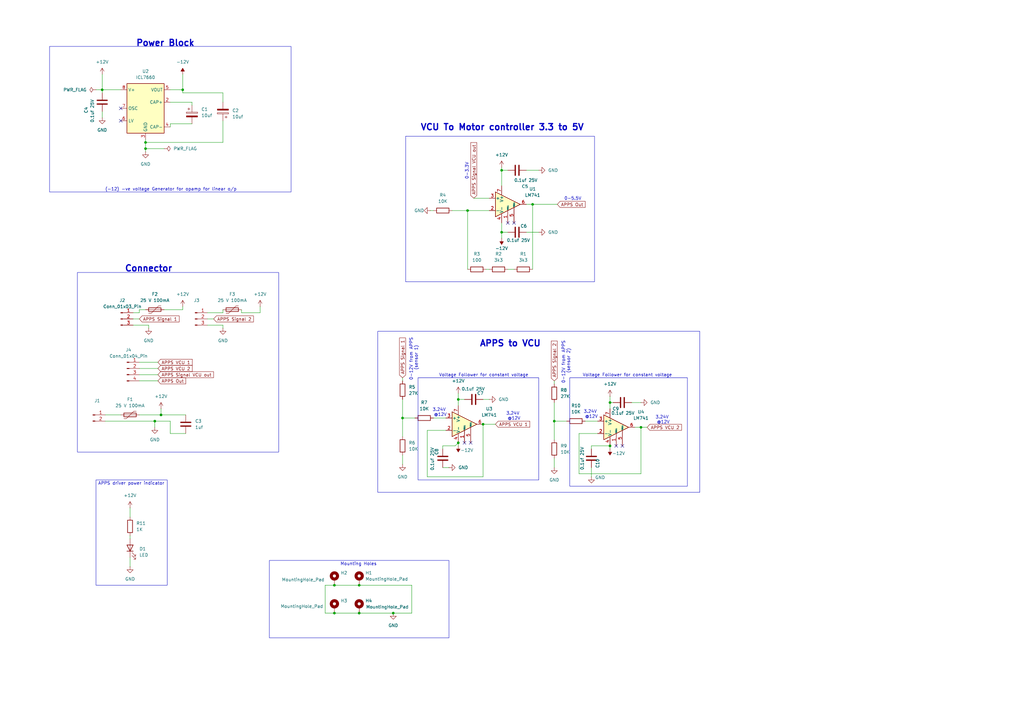
<source format=kicad_sch>
(kicad_sch (version 20231120) (generator "eeschema") (generator_version "8.0")
  (paper "A3")
  (lib_symbols
    (symbol "Amplifier_Operational:LM741" (pin_names (offset 0.127))
      (property "Reference" "U" (at 0 6.35 0))
      (property "Value" "LM741" (at 0 3.81 0))
      (symbol "LM741_0_1"
        (polyline (pts (xy -5.08 5.08) (xy 5.08 0) (xy -5.08 -5.08) (xy -5.08 5.08)) (stroke (width 0.254)) (fill (type background)))
      )
      (symbol "LM741_1_1"
        (pin input line (at 0 -7.62 90) (length 5.08) (name "NULL") (number "1"))
        (pin input line (at -7.62 -2.54 0) (length 2.54) (name "-") (number "2"))
        (pin input line (at -7.62 2.54 0) (length 2.54) (name "+") (number "3"))
        (pin power_in line (at -2.54 -7.62 90) (length 3.81) (name "V-") (number "4"))
        (pin input line (at 2.54 -7.62 90) (length 6.35) (name "NULL") (number "5"))
        (pin output line (at 7.62 0 180) (length 2.54) (name "~") (number "6"))
        (pin power_in line (at -2.54 7.62 270) (length 3.81) (name "V+") (number "7"))
        (pin no_connect line (at 0 2.54 270) (length 2.54) hide (name "NC") (number "8"))
      )
    )
    (symbol "Connector:Conn_01x02_Pin" (pin_names (offset 1.016) hide)
      (property "Reference" "J" (at 0 2.54 0))
      (property "Value" "Conn_01x02_Pin" (at 0 -5.08 0))
      (symbol "Conn_01x02_Pin_1_1"
        (polyline (pts (xy 1.27 -2.54) (xy 0.8636 -2.54)) (stroke (width 0.1524)))
        (polyline (pts (xy 1.27 0) (xy 0.8636 0)) (stroke (width 0.1524)))
        (rectangle (start 0.8636 -2.413) (end 0 -2.667) (stroke (width 0.1524)) (fill (type outline)))
        (rectangle (start 0.8636 0.127) (end 0 -0.127) (stroke (width 0.1524)) (fill (type outline)))
        (pin passive line (at 5.08 0 180) (length 3.81) (name "Pin_1") (number "1"))
        (pin passive line (at 5.08 -2.54 180) (length 3.81) (name "Pin_2") (number "2"))
      )
    )
    (symbol "Connector:Conn_01x03_Pin" (pin_names (offset 1.016) hide)
      (property "Reference" "J" (at 0 5.08 0))
      (property "Value" "Conn_01x03_Pin" (at 0 -5.08 0))
      (symbol "Conn_01x03_Pin_1_1"
        (polyline (pts (xy 1.27 -2.54) (xy 0.8636 -2.54)) (stroke (width 0.1524)))
        (polyline (pts (xy 1.27 0) (xy 0.8636 0)) (stroke (width 0.1524)))
        (polyline (pts (xy 1.27 2.54) (xy 0.8636 2.54)) (stroke (width 0.1524)))
        (rectangle (start 0.8636 -2.413) (end 0 -2.667) (stroke (width 0.1524)) (fill (type outline)))
        (rectangle (start 0.8636 0.127) (end 0 -0.127) (stroke (width 0.1524)) (fill (type outline)))
        (rectangle (start 0.8636 2.667) (end 0 2.413) (stroke (width 0.1524)) (fill (type outline)))
        (pin passive line (at 5.08 2.54 180) (length 3.81) (name "Pin_1") (number "1"))
        (pin passive line (at 5.08 0 180) (length 3.81) (name "Pin_2") (number "2"))
        (pin passive line (at 5.08 -2.54 180) (length 3.81) (name "Pin_3") (number "3"))
      )
    )
    (symbol "Connector:Conn_01x04_Pin" (pin_names (offset 1.016) hide)
      (property "Reference" "J" (at 0 5.08 0))
      (property "Value" "Conn_01x04_Pin" (at 0 -7.62 0))
      (symbol "Conn_01x04_Pin_1_1"
        (polyline (pts (xy 1.27 -5.08) (xy 0.8636 -5.08)) (stroke (width 0.1524)))
        (polyline (pts (xy 1.27 -2.54) (xy 0.8636 -2.54)) (stroke (width 0.1524)))
        (polyline (pts (xy 1.27 0) (xy 0.8636 0)) (stroke (width 0.1524)))
        (polyline (pts (xy 1.27 2.54) (xy 0.8636 2.54)) (stroke (width 0.1524)))
        (rectangle (start 0.8636 -4.953) (end 0 -5.207) (stroke (width 0.1524)) (fill (type outline)))
        (rectangle (start 0.8636 -2.413) (end 0 -2.667) (stroke (width 0.1524)) (fill (type outline)))
        (rectangle (start 0.8636 0.127) (end 0 -0.127) (stroke (width 0.1524)) (fill (type outline)))
        (rectangle (start 0.8636 2.667) (end 0 2.413) (stroke (width 0.1524)) (fill (type outline)))
        (pin passive line (at 5.08 2.54 180) (length 3.81) (name "Pin_1") (number "1"))
        (pin passive line (at 5.08 0 180) (length 3.81) (name "Pin_2") (number "2"))
        (pin passive line (at 5.08 -2.54 180) (length 3.81) (name "Pin_3") (number "3"))
        (pin passive line (at 5.08 -5.08 180) (length 3.81) (name "Pin_4") (number "4"))
      )
    )
    (symbol "Device:C" (pin_numbers hide) (pin_names (offset 0.254))
      (property "Reference" "C" (at 0.635 2.54 0))
      (property "Value" "C" (at 0.635 -2.54 0))
      (symbol "C_0_1"
        (polyline (pts (xy -2.032 -0.762) (xy 2.032 -0.762)) (stroke (width 0.508)))
        (polyline (pts (xy -2.032 0.762) (xy 2.032 0.762)) (stroke (width 0.508)))
      )
      (symbol "C_1_1"
        (pin passive line (at 0 3.81 270) (length 2.794) (name "~") (number "1"))
        (pin passive line (at 0 -3.81 90) (length 2.794) (name "~") (number "2"))
      )
    )
    (symbol "Device:C_Polarized" (pin_numbers hide) (pin_names (offset 0.254))
      (property "Reference" "C" (at 0.635 2.54 0))
      (property "Value" "C_Polarized" (at 0.635 -2.54 0))
      (symbol "C_Polarized_0_1"
        (rectangle (start -2.286 0.508) (end 2.286 1.016))
        (polyline (pts (xy -1.778 2.286) (xy -0.762 2.286)))
        (polyline (pts (xy -1.27 2.794) (xy -1.27 1.778)))
        (rectangle (start 2.286 -0.508) (end -2.286 -1.016) (fill (type outline)))
      )
      (symbol "C_Polarized_1_1"
        (pin passive line (at 0 3.81 270) (length 2.794) (name "~") (number "1"))
        (pin passive line (at 0 -3.81 90) (length 2.794) (name "~") (number "2"))
      )
    )
    (symbol "Device:LED" (pin_numbers hide) (pin_names (offset 1.016) hide)
      (property "Reference" "D" (at 0 2.54 0))
      (property "Value" "LED" (at 0 -2.54 0))
      (symbol "LED_0_1"
        (polyline (pts (xy -1.27 -1.27) (xy -1.27 1.27)) (stroke (width 0.254)))
        (polyline (pts (xy -1.27 0) (xy 1.27 0)))
        (polyline (pts (xy 1.27 -1.27) (xy 1.27 1.27) (xy -1.27 0) (xy 1.27 -1.27)) (stroke (width 0.254)))
        (polyline (pts (xy -3.048 -0.762) (xy -4.572 -2.286) (xy -3.81 -2.286) (xy -4.572 -2.286) (xy -4.572 -1.524)))
        (polyline (pts (xy -1.778 -0.762) (xy -3.302 -2.286) (xy -2.54 -2.286) (xy -3.302 -2.286) (xy -3.302 -1.524)))
      )
      (symbol "LED_1_1"
        (pin passive line (at -3.81 0 0) (length 2.54) (name "K") (number "1"))
        (pin passive line (at 3.81 0 180) (length 2.54) (name "A") (number "2"))
      )
    )
    (symbol "Device:Polyfuse" (pin_numbers hide) (pin_names (offset 0))
      (property "Reference" "F" (at -2.54 0 90))
      (property "Value" "Polyfuse" (at 2.54 0 90))
      (symbol "Polyfuse_0_1"
        (rectangle (start -0.762 2.54) (end 0.762 -2.54) (stroke (width 0.254)))
        (polyline (pts (xy 0 2.54) (xy 0 -2.54)))
        (polyline (pts (xy -1.524 2.54) (xy -1.524 1.524) (xy 1.524 -1.524) (xy 1.524 -2.54)))
      )
      (symbol "Polyfuse_1_1"
        (pin passive line (at 0 3.81 270) (length 1.27) (name "~") (number "1"))
        (pin passive line (at 0 -3.81 90) (length 1.27) (name "~") (number "2"))
      )
    )
    (symbol "Device:R" (pin_numbers hide) (pin_names (offset 0))
      (property "Reference" "R" (at 2.032 0 90))
      (property "Value" "R" (at 0 0 90))
      (symbol "R_0_1"
        (rectangle (start -1.016 -2.54) (end 1.016 2.54) (stroke (width 0.254)))
      )
      (symbol "R_1_1"
        (pin passive line (at 0 3.81 270) (length 1.27) (name "~") (number "1"))
        (pin passive line (at 0 -3.81 90) (length 1.27) (name "~") (number "2"))
      )
    )
    (symbol "Mechanical:MountingHole_Pad" (pin_numbers hide) (pin_names (offset 1.016) hide) (exclude_from_sim yes) (in_bom no)
      (property "Reference" "H" (at 0 6.35 0))
      (property "Value" "MountingHole_Pad" (at 0 4.445 0))
      (symbol "MountingHole_Pad_0_1"
        (circle (center 0 1.27) (radius 1.27) (stroke (width 1.27)))
      )
      (symbol "MountingHole_Pad_1_1"
        (pin input line (at 0 -2.54 90) (length 2.54) (name "1") (number "1"))
      )
    )
    (symbol "Regulator_SwitchedCapacitor:ICL7660"
      (property "Reference" "U" (at -6.35 11.43 0))
      (property "Value" "ICL7660" (at 3.81 11.43 0))
      (symbol "ICL7660_0_1"
        (rectangle (start -7.62 10.16) (end 7.62 -10.16) (stroke (width 0.254)) (fill (type background)))
      )
      (symbol "ICL7660_1_1"
        (pin no_connect line (at -7.62 5.08 0) (length 2.54) hide (name "NC") (number "1"))
        (pin input line (at 10.16 2.54 180) (length 2.54) (name "CAP+") (number "2"))
        (pin power_in line (at 0 -12.7 90) (length 2.54) (name "GND") (number "3"))
        (pin input line (at 10.16 -7.62 180) (length 2.54) (name "CAP-") (number "4"))
        (pin power_out line (at 10.16 7.62 180) (length 2.54) (name "VOUT") (number "5"))
        (pin input line (at -10.16 -5.08 0) (length 2.54) (name "LV") (number "6"))
        (pin input line (at -10.16 0 0) (length 2.54) (name "OSC") (number "7"))
        (pin power_in line (at -10.16 7.62 0) (length 2.54) (name "V+") (number "8"))
      )
    )
    (symbol "power:+12V" (power) (pin_numbers hide) (pin_names (offset 0) hide)
      (property "Value" "+12V" (at 0 3.556 0))
      (symbol "+12V_0_1"
        (polyline (pts (xy -0.762 1.27) (xy 0 2.54)))
        (polyline (pts (xy 0 0) (xy 0 2.54)))
        (polyline (pts (xy 0 2.54) (xy 0.762 1.27)))
      )
      (symbol "+12V_1_1"
        (pin power_in line (at 0 0 90) (length 0) (name "~") (number "1"))
      )
    )
    (symbol "power:-12V" (power) (pin_numbers hide) (pin_names (offset 0) hide)
      (property "Value" "-12V" (at 0 3.556 0))
      (symbol "-12V_0_0"
        (pin power_in line (at 0 0 90) (length 0) (name "~") (number "1"))
      )
      (symbol "-12V_0_1"
        (polyline (pts (xy 0 0) (xy 0 1.27) (xy 0.762 1.27) (xy 0 2.54) (xy -0.762 1.27) (xy 0 1.27)) (fill (type outline)))
      )
    )
    (symbol "power:GND" (power) (pin_numbers hide) (pin_names (offset 0) hide)
      (property "Value" "GND" (at 0 -3.81 0))
      (symbol "GND_0_1"
        (polyline (pts (xy 0 0) (xy 0 -1.27) (xy 1.27 -1.27) (xy 0 -2.54) (xy -1.27 -1.27) (xy 0 -1.27)))
      )
      (symbol "GND_1_1"
        (pin power_in line (at 0 0 270) (length 0) (name "~") (number "1"))
      )
    )
    (symbol "power:PWR_FLAG" (power) (pin_numbers hide) (pin_names (offset 0) hide)
      (property "Value" "PWR_FLAG" (at 0 3.81 0))
      (symbol "PWR_FLAG_0_0"
        (pin power_out line (at 0 0 90) (length 0) (name "~") (number "1"))
      )
      (symbol "PWR_FLAG_0_1"
        (polyline (pts (xy 0 0) (xy 0 1.27) (xy -1.016 1.905) (xy 0 2.54) (xy 1.016 1.905) (xy 0 1.27)))
      )
    )
  )
  (junction (at 137.16 251.46))
  (junction (at 187.96 181.61))
  (junction (at 191.77 86.36))
  (junction (at 147.32 240.03))
  (junction (at 59.69 58.42))
  (junction (at 218.44 83.82))
  (junction (at 165.1 171.45))
  (junction (at 262.89 175.26))
  (junction (at 63.5 172.72))
  (junction (at 205.74 69.85))
  (junction (at 187.96 163.83))
  (junction (at 250.19 182.88))
  (junction (at 205.74 95.25))
  (junction (at 59.69 60.96))
  (junction (at 198.12 173.99))
  (junction (at 250.19 165.1))
  (junction (at 227.33 172.72))
  (junction (at 66.04 170.18))
  (junction (at 137.16 240.03))
  (junction (at 147.32 251.46))
  (junction (at 74.93 36.83))
  (junction (at 41.91 36.83))
  (junction (at 161.29 251.46))
  (no_connect (at 49.53 44.45))
  (no_connect (at 193.04 181.61))
  (no_connect (at 49.53 49.53))
  (no_connect (at 210.82 91.44))
  (no_connect (at 255.27 182.88))
  (no_connect (at 252.73 182.88))
  (no_connect (at 190.5 181.61))
  (no_connect (at 208.28 91.44))
  (wire (pts (xy 205.74 91.44) (xy 205.74 95.25)))
  (wire (pts (xy 57.15 128.27) (xy 54.61 128.27)))
  (wire (pts (xy 250.19 162.56) (xy 250.19 165.1)))
  (wire (pts (xy 198.12 173.99) (xy 203.2 173.99)))
  (wire (pts (xy 54.61 130.81) (xy 57.15 130.81)))
  (wire (pts (xy 220.98 95.25) (xy 215.9 95.25)))
  (wire (pts (xy 181.61 191.77) (xy 184.15 191.77)))
  (wire (pts (xy 41.91 30.48) (xy 41.91 36.83)))
  (wire (pts (xy 205.74 95.25) (xy 208.28 95.25)))
  (wire (pts (xy 85.09 128.27) (xy 91.44 128.27)))
  (wire (pts (xy 41.91 36.83) (xy 41.91 38.1)))
  (wire (pts (xy 242.57 191.77) (xy 242.57 195.58)))
  (wire (pts (xy 191.77 86.36) (xy 200.66 86.36)))
  (wire (pts (xy 59.69 60.96) (xy 67.31 60.96)))
  (wire (pts (xy 175.26 195.58) (xy 198.12 195.58)))
  (wire (pts (xy 262.89 194.31) (xy 262.89 175.26)))
  (wire (pts (xy 198.12 195.58) (xy 198.12 173.99)))
  (wire (pts (xy 91.44 133.35) (xy 91.44 134.62)))
  (wire (pts (xy 218.44 83.82) (xy 228.6 83.82)))
  (wire (pts (xy 66.04 167.64) (xy 66.04 170.18)))
  (wire (pts (xy 60.96 133.35) (xy 60.96 134.62)))
  (wire (pts (xy 198.12 163.83) (xy 200.66 163.83)))
  (wire (pts (xy 69.85 50.8) (xy 69.85 52.07)))
  (wire (pts (xy 74.93 38.1) (xy 91.44 38.1)))
  (wire (pts (xy 191.77 110.49) (xy 191.77 86.36)))
  (wire (pts (xy 57.15 170.18) (xy 66.04 170.18)))
  (wire (pts (xy 74.93 125.73) (xy 74.93 127)))
  (wire (pts (xy 187.96 163.83) (xy 187.96 166.37)))
  (wire (pts (xy 59.69 60.96) (xy 59.69 62.23)))
  (wire (pts (xy 232.41 172.72) (xy 227.33 172.72)))
  (wire (pts (xy 137.16 251.46) (xy 147.32 251.46)))
  (wire (pts (xy 218.44 83.82) (xy 215.9 83.82)))
  (wire (pts (xy 63.5 172.72) (xy 63.5 175.26)))
  (wire (pts (xy 133.35 251.46) (xy 133.35 240.03)))
  (wire (pts (xy 168.91 240.03) (xy 168.91 251.46)))
  (wire (pts (xy 227.33 187.96) (xy 227.33 191.77)))
  (wire (pts (xy 187.96 181.61) (xy 187.96 182.88)))
  (wire (pts (xy 182.88 176.53) (xy 175.26 176.53)))
  (wire (pts (xy 43.18 170.18) (xy 49.53 170.18)))
  (wire (pts (xy 53.34 208.28) (xy 53.34 212.09)))
  (wire (pts (xy 43.18 172.72) (xy 63.5 172.72)))
  (wire (pts (xy 175.26 176.53) (xy 175.26 195.58)))
  (wire (pts (xy 240.03 172.72) (xy 245.11 172.72)))
  (wire (pts (xy 147.32 240.03) (xy 168.91 240.03)))
  (wire (pts (xy 91.44 38.1) (xy 91.44 41.91)))
  (wire (pts (xy 53.34 228.6) (xy 53.34 232.41)))
  (wire (pts (xy 199.39 110.49) (xy 200.66 110.49)))
  (wire (pts (xy 208.28 110.49) (xy 210.82 110.49)))
  (wire (pts (xy 137.16 251.46) (xy 133.35 251.46)))
  (wire (pts (xy 262.89 175.26) (xy 260.35 175.26)))
  (wire (pts (xy 245.11 177.8) (xy 237.49 177.8)))
  (wire (pts (xy 205.74 69.85) (xy 208.28 69.85)))
  (wire (pts (xy 242.57 182.88) (xy 250.19 182.88)))
  (wire (pts (xy 165.1 171.45) (xy 165.1 163.83)))
  (wire (pts (xy 181.61 182.88) (xy 186.69 182.88)))
  (wire (pts (xy 85.09 130.81) (xy 87.63 130.81)))
  (wire (pts (xy 41.91 36.83) (xy 49.53 36.83)))
  (wire (pts (xy 39.37 36.83) (xy 41.91 36.83)))
  (wire (pts (xy 187.96 163.83) (xy 190.5 163.83)))
  (wire (pts (xy 133.35 240.03) (xy 137.16 240.03)))
  (wire (pts (xy 91.44 49.53) (xy 91.44 58.42)))
  (wire (pts (xy 227.33 156.21) (xy 227.33 157.48)))
  (wire (pts (xy 205.74 95.25) (xy 205.74 97.79)))
  (wire (pts (xy 237.49 177.8) (xy 237.49 194.31)))
  (wire (pts (xy 74.93 36.83) (xy 69.85 36.83)))
  (wire (pts (xy 187.96 161.29) (xy 187.96 163.83)))
  (wire (pts (xy 205.74 68.58) (xy 205.74 69.85)))
  (wire (pts (xy 76.2 177.8) (xy 69.85 177.8)))
  (wire (pts (xy 170.18 171.45) (xy 165.1 171.45)))
  (wire (pts (xy 74.93 38.1) (xy 74.93 36.83)))
  (wire (pts (xy 69.85 172.72) (xy 63.5 172.72)))
  (wire (pts (xy 59.69 58.42) (xy 91.44 58.42)))
  (wire (pts (xy 177.8 171.45) (xy 182.88 171.45)))
  (wire (pts (xy 242.57 182.88) (xy 242.57 184.15)))
  (wire (pts (xy 57.15 151.13) (xy 64.77 151.13)))
  (wire (pts (xy 78.74 41.91) (xy 78.74 43.18)))
  (wire (pts (xy 165.1 154.94) (xy 165.1 156.21)))
  (wire (pts (xy 165.1 171.45) (xy 165.1 179.07)))
  (wire (pts (xy 106.68 125.73) (xy 106.68 128.27)))
  (wire (pts (xy 66.04 170.18) (xy 76.2 170.18)))
  (wire (pts (xy 59.69 57.15) (xy 59.69 58.42)))
  (wire (pts (xy 168.91 251.46) (xy 161.29 251.46)))
  (wire (pts (xy 41.91 45.72) (xy 41.91 48.26)))
  (wire (pts (xy 57.15 148.59) (xy 64.77 148.59)))
  (wire (pts (xy 74.93 30.48) (xy 74.93 36.83)))
  (wire (pts (xy 215.9 69.85) (xy 220.98 69.85)))
  (wire (pts (xy 161.29 251.46) (xy 147.32 251.46)))
  (wire (pts (xy 137.16 240.03) (xy 147.32 240.03)))
  (wire (pts (xy 185.42 86.36) (xy 191.77 86.36)))
  (wire (pts (xy 69.85 177.8) (xy 69.85 172.72)))
  (wire (pts (xy 57.15 127) (xy 59.69 127)))
  (wire (pts (xy 250.19 165.1) (xy 251.46 165.1)))
  (wire (pts (xy 53.34 219.71) (xy 53.34 220.98)))
  (wire (pts (xy 259.08 165.1) (xy 262.89 165.1)))
  (wire (pts (xy 186.69 182.88) (xy 187.96 181.61)))
  (wire (pts (xy 176.53 86.36) (xy 177.8 86.36)))
  (wire (pts (xy 91.44 127) (xy 91.44 128.27)))
  (wire (pts (xy 78.74 50.8) (xy 69.85 50.8)))
  (wire (pts (xy 85.09 133.35) (xy 91.44 133.35)))
  (wire (pts (xy 237.49 194.31) (xy 262.89 194.31)))
  (wire (pts (xy 54.61 133.35) (xy 60.96 133.35)))
  (wire (pts (xy 99.06 127) (xy 99.06 128.27)))
  (wire (pts (xy 59.69 58.42) (xy 59.69 60.96)))
  (wire (pts (xy 205.74 69.85) (xy 205.74 76.2)))
  (wire (pts (xy 57.15 153.67) (xy 64.77 153.67)))
  (wire (pts (xy 250.19 165.1) (xy 250.19 167.64)))
  (wire (pts (xy 218.44 110.49) (xy 218.44 83.82)))
  (wire (pts (xy 262.89 175.26) (xy 265.43 175.26)))
  (wire (pts (xy 165.1 186.69) (xy 165.1 190.5)))
  (wire (pts (xy 69.85 41.91) (xy 78.74 41.91)))
  (wire (pts (xy 67.31 127) (xy 74.93 127)))
  (wire (pts (xy 57.15 156.21) (xy 64.77 156.21)))
  (wire (pts (xy 99.06 128.27) (xy 106.68 128.27)))
  (wire (pts (xy 227.33 172.72) (xy 227.33 165.1)))
  (wire (pts (xy 181.61 182.88) (xy 181.61 184.15)))
  (wire (pts (xy 194.31 81.28) (xy 200.66 81.28)))
  (wire (pts (xy 250.19 182.88) (xy 250.19 184.15)))
  (wire (pts (xy 227.33 172.72) (xy 227.33 180.34)))
  (wire (pts (xy 57.15 127) (xy 57.15 128.27)))
  (rectangle (start 31.75 111.76) (end 114.3 185.42))
  (rectangle (start 233.68 154.94) (end 281.94 199.39))
  (rectangle (start 110.49 229.87) (end 184.15 261.62))
  (rectangle (start 171.45 154.94) (end 220.98 196.85))
  (rectangle (start 20.32 19.05) (end 119.38 78.74))
  (rectangle (start 166.37 55.88) (end 243.84 115.57))
  (rectangle (start 154.94 135.89) (end 287.02 201.93))
  (rectangle (start 39.37 196.85) (end 68.58 240.03))
  (text "APPS to VCU" (at 209.296 140.97 0) (effects (font (size 2.54 2.54) (thickness 0.508) (bold yes))))
  (text "0-5.5V" (at 234.95 81.534 0) (effects (font (size 1.27 1.27))))
  (text "0-12V from APPS \n(sensor 2)\n\n" (at 233.172 148.082 90) (effects (font (size 1.27 1.27))))
  (text "VCU To Motor controller 3.3 to 5V\n\n" (at 205.994 54.356 0) (effects (font (size 2.54 2.54) (thickness 0.508) (bold yes))))
  (text "APPS driver power indicator\n" (at 53.848 198.374 0) (effects (font (size 1.27 1.27))))
  (text "3.24V \n@12V" (at 272.034 172.212 0) (effects (font (size 1.27 1.27))))
  (text "0-3.3V" (at 191.516 70.104 90) (effects (font (size 1.27 1.27))))
  (text "3.24V \n@12V" (at 180.594 169.164 0) (effects (font (size 1.27 1.27))))
  (text "(-12) -ve voltage Generator for opamp for linear o/p" (at 70.104 77.724 0) (effects (font (size 1.27 1.27))))
  (text "Mounting Holes\n" (at 147.066 231.394 0) (effects (font (size 1.27 1.27))))
  (text "Power Block" (at 67.818 17.78 0) (effects (font (size 2.54 2.54) (thickness 0.508) (bold yes))))
  (text "3.24V \n@12V" (at 210.82 170.688 0) (effects (font (size 1.27 1.27))))
  (text "Voltage Follower for constant voltage\n" (at 198.374 153.924 0) (effects (font (size 1.27 1.27))))
  (text "Connector\n" (at 60.96 110.236 0) (effects (font (size 2.54 2.54) (thickness 0.508) (bold yes))))
  (text "0-12V from APPS \n(sensor 1)\n\n" (at 170.688 146.812 90) (effects (font (size 1.27 1.27))))
  (text "3.24V \n@12V" (at 242.57 169.926 0) (effects (font (size 1.27 1.27))))
  (text "Voltage Follower for constant voltage\n" (at 257.302 153.924 0) (effects (font (size 1.27 1.27))))
  (global_label "APPS Signal 2" (shape input) (at 87.63 130.81 0) (property "Intersheetrefs" "${INTERSHEET_REFS}" (effects (hide yes))))
  (global_label "APPS Signal 2" (shape input) (at 227.33 156.21 90) (property "Intersheetrefs" "${INTERSHEET_REFS}" (effects (hide yes))))
  (global_label "APPS Signal VCU out" (shape input) (at 194.31 81.28 90) (property "Intersheetrefs" "${INTERSHEET_REFS}" (effects (hide yes))))
  (global_label "APPS VCU 2" (shape input) (at 64.77 151.13 0) (property "Intersheetrefs" "${INTERSHEET_REFS}" (effects (hide yes))))
  (global_label "APPS Out" (shape input) (at 64.77 156.21 0) (property "Intersheetrefs" "${INTERSHEET_REFS}" (effects (hide yes))))
  (global_label "APPS Out" (shape input) (at 228.6 83.82 0) (property "Intersheetrefs" "${INTERSHEET_REFS}" (effects (hide yes))))
  (global_label "APPS Signal 1" (shape input) (at 57.15 130.81 0) (property "Intersheetrefs" "${INTERSHEET_REFS}" (effects (hide yes))))
  (global_label "APPS VCU 1" (shape input) (at 203.2 173.99 0) (property "Intersheetrefs" "${INTERSHEET_REFS}" (effects (hide yes))))
  (global_label "APPS Signal 1" (shape input) (at 165.1 154.94 90) (property "Intersheetrefs" "${INTERSHEET_REFS}" (effects (hide yes))))
  (global_label "APPS VCU 1" (shape input) (at 64.77 148.59 0) (property "Intersheetrefs" "${INTERSHEET_REFS}" (effects (hide yes))))
  (global_label "APPS VCU 2" (shape input) (at 265.43 175.26 0) (property "Intersheetrefs" "${INTERSHEET_REFS}" (effects (hide yes))))
  (global_label "APPS Signal VCU out" (shape input) (at 64.77 153.67 0) (property "Intersheetrefs" "${INTERSHEET_REFS}" (effects (hide yes))))
  (symbol (lib_id "Device:C") (at 181.61 187.96 180) (unit 1)
    (property "Reference" "C8" (at 179.07 183.896 90) (effects (justify left)))
    (property "Value" "0.1uf 25V" (at 177.292 183.388 90) (effects (justify left)))
    (property "Footprint" "Capacitor_THT:CP_Radial_D8.0mm_P5.00mm" (effects (hide yes)))
    (property "Description" "Unpolarized capacitor" (effects (hide yes)))
  )
  (symbol (lib_id "power:+12V") (at 41.91 30.48 0) (unit 1)
    (property "Reference" "#PWR06" (effects (hide yes)))
    (property "Value" "+12V" (at 41.91 25.4 0))
    (property "Description" "Power symbol creates a global label with name \"+12V\"" (effects (hide yes)))
  )
  (symbol (lib_id "power:GND") (at 200.66 163.83 90) (unit 1)
    (property "Reference" "#PWR026" (effects (hide yes)))
    (property "Value" "GND" (at 204.47 163.8299 90) (effects (justify right)))
    (property "Description" "Power symbol creates a global label with name \"GND\" , ground" (effects (hide yes)))
  )
  (symbol (lib_id "Device:C_Polarized") (at 78.74 46.99 0) (unit 1)
    (property "Reference" "C1" (at 82.55 44.8309 0) (effects (justify left)))
    (property "Value" "10uf" (at 82.55 47.3709 0) (effects (justify left)))
    (property "Footprint" "Capacitor_THT:CP_Radial_D8.0mm_P5.00mm" (effects (hide yes)))
    (property "Description" "Polarized capacitor" (effects (hide yes)))
  )
  (symbol (lib_id "Device:R") (at 165.1 160.02 180) (unit 1)
    (property "Reference" "R5" (at 167.64 158.7499 0) (effects (justify right)))
    (property "Value" "27K" (at 167.64 161.2899 0) (effects (justify right)))
    (property "Footprint" "Resistor_THT:R_Axial_DIN0207_L6.3mm_D2.5mm_P7.62mm_Horizontal" (effects (hide yes)))
    (property "Description" "Resistor" (effects (hide yes)))
  )
  (symbol (lib_id "Device:R") (at 53.34 215.9 0) (unit 1)
    (property "Reference" "R11" (at 55.88 214.6299 0) (effects (justify left)))
    (property "Value" "1K" (at 55.88 217.1699 0) (effects (justify left)))
    (property "Footprint" "Resistor_THT:R_Axial_DIN0207_L6.3mm_D2.5mm_P7.62mm_Horizontal" (effects (hide yes)))
    (property "Description" "Resistor" (effects (hide yes)))
  )
  (symbol (lib_id "Device:Polyfuse") (at 53.34 170.18 90) (unit 1)
    (property "Reference" "F1" (at 53.34 163.83 90))
    (property "Value" "25 V 100mA" (at 53.34 166.37 90))
    (property "Footprint" "Fuse:Fuse_BelFuse_0ZRE0008FF_L8.3mm_W3.8mm" (effects (hide yes)))
    (property "Description" "Resettable fuse, polymeric positive temperature coefficient" (effects (hide yes)))
  )
  (symbol (lib_id "power:-12V") (at 74.93 30.48 0) (unit 1)
    (property "Reference" "#PWR07" (effects (hide yes)))
    (property "Value" "-12V" (at 74.93 25.4 0))
    (property "Description" "Power symbol creates a global label with name \"-12V\"" (effects (hide yes)))
  )
  (symbol (lib_id "power:GND") (at 41.91 48.26 0) (unit 1)
    (property "Reference" "#PWR022" (effects (hide yes)))
    (property "Value" "GND" (at 41.91 53.34 0))
    (property "Description" "Power symbol creates a global label with name \"GND\" , ground" (effects (hide yes)))
  )
  (symbol (lib_id "power:PWR_FLAG") (at 39.37 36.83 90) (unit 1)
    (property "Reference" "#FLG01" (effects (hide yes)))
    (property "Value" "PWR_FLAG" (at 35.56 36.8299 90) (effects (justify left)))
    (property "Description" "Special symbol for telling ERC where power comes from" (effects (hide yes)))
  )
  (symbol (lib_id "Device:R") (at 173.99 171.45 270) (unit 1)
    (property "Reference" "R7" (at 173.99 165.1 90))
    (property "Value" "10K" (at 173.99 167.64 90))
    (property "Footprint" "Resistor_THT:R_Axial_DIN0207_L6.3mm_D2.5mm_P7.62mm_Horizontal" (effects (hide yes)))
    (property "Description" "Resistor" (effects (hide yes)))
  )
  (symbol (lib_id "power:GND") (at 63.5 175.26 0) (unit 1)
    (property "Reference" "#PWR02" (effects (hide yes)))
    (property "Value" "GND" (at 63.5 180.34 0))
    (property "Description" "Power symbol creates a global label with name \"GND\" , ground" (effects (hide yes)))
  )
  (symbol (lib_id "Device:R") (at 214.63 110.49 90) (unit 1)
    (property "Reference" "R1" (at 214.63 104.14 90))
    (property "Value" "3k3" (at 214.63 106.68 90))
    (property "Footprint" "Resistor_THT:R_Axial_DIN0207_L6.3mm_D2.5mm_P7.62mm_Horizontal" (effects (hide yes)))
    (property "Description" "Resistor" (effects (hide yes)))
  )
  (symbol (lib_id "Mechanical:MountingHole_Pad") (at 147.32 248.92 0) (unit 1) (exclude_from_sim yes) (in_bom no)
    (property "Reference" "H4" (at 149.86 246.3799 0) (effects (justify left)))
    (property "Value" "MountingHole_Pad" (at 150.114 248.92 0) (effects (justify left)))
    (property "Footprint" "MountingHole:MountingHole_3.5mm_Pad" (effects (hide yes)))
    (property "Description" "Mounting Hole with connection" (effects (hide yes)))
  )
  (symbol (lib_id "power:GND") (at 165.1 190.5 0) (unit 1)
    (property "Reference" "#PWR09" (effects (hide yes)))
    (property "Value" "GND" (at 165.1 195.58 0))
    (property "Description" "Power symbol creates a global label with name \"GND\" , ground" (effects (hide yes)))
  )
  (symbol (lib_id "Device:C") (at 194.31 163.83 90) (unit 1)
    (property "Reference" "C7" (at 198.374 161.29 90) (effects (justify left)))
    (property "Value" "0.1uf 25V" (at 198.882 159.512 90) (effects (justify left)))
    (property "Footprint" "Capacitor_THT:CP_Radial_D8.0mm_P5.00mm" (effects (hide yes)))
    (property "Description" "Unpolarized capacitor" (effects (hide yes)))
  )
  (symbol (lib_id "Device:R") (at 204.47 110.49 90) (unit 1)
    (property "Reference" "R2" (at 204.47 104.14 90))
    (property "Value" "3k3" (at 204.47 106.68 90))
    (property "Footprint" "Resistor_THT:R_Axial_DIN0207_L6.3mm_D2.5mm_P7.62mm_Horizontal" (effects (hide yes)))
    (property "Description" "Resistor" (effects (hide yes)))
  )
  (symbol (lib_id "Device:C") (at 242.57 187.96 0) (unit 1)
    (property "Reference" "C10" (at 245.11 192.024 90) (effects (justify left)))
    (property "Value" "0.1uf 25V" (at 238.76 192.786 90) (effects (justify left)))
    (property "Footprint" "Capacitor_THT:CP_Radial_D8.0mm_P5.00mm" (effects (hide yes)))
    (property "Description" "Unpolarized capacitor" (effects (hide yes)))
  )
  (symbol (lib_id "Regulator_SwitchedCapacitor:ICL7660") (at 59.69 44.45 0) (unit 1)
    (property "Reference" "U2" (at 59.69 29.21 0))
    (property "Value" "ICL7660" (at 59.69 31.75 0))
    (property "Footprint" "Package_SO:SOIC-8_3.9x4.9mm_P1.27mm" (effects (hide yes)))
    (property "Datasheet" "http://datasheets.maximintegrated.com/en/ds/ICL7660-MAX1044.pdf" (effects (hide yes)))
    (property "Description" "Switched-Capacitor Voltage Converter, 1.5V to 10.0V operating supply voltage, 10mA with a 0.5V output drop, SO-8/DIP-8/µMAX-8/TO-99" (effects (hide yes)))
  )
  (symbol (lib_id "power:+12V") (at 53.34 208.28 0) (unit 1)
    (property "Reference" "#PWR021" (effects (hide yes)))
    (property "Value" "+12V" (at 53.34 203.2 0))
    (property "Description" "Power symbol creates a global label with name \"+12V\"" (effects (hide yes)))
  )
  (symbol (lib_id "power:GND") (at 220.98 69.85 90) (unit 1)
    (property "Reference" "#PWR023" (effects (hide yes)))
    (property "Value" "GND" (at 224.79 69.8499 90) (effects (justify right)))
    (property "Description" "Power symbol creates a global label with name \"GND\" , ground" (effects (hide yes)))
  )
  (symbol (lib_id "power:GND") (at 184.15 191.77 90) (unit 1)
    (property "Reference" "#PWR025" (effects (hide yes)))
    (property "Value" "GND" (at 187.96 191.7699 90) (effects (justify right)))
    (property "Description" "Power symbol creates a global label with name \"GND\" , ground" (effects (hide yes)))
  )
  (symbol (lib_id "Device:Polyfuse") (at 95.25 127 90) (unit 1)
    (property "Reference" "F3" (at 95.25 120.65 90))
    (property "Value" "25 V 100mA" (at 95.25 123.19 90))
    (property "Footprint" "Fuse:Fuse_BelFuse_0ZRE0008FF_L8.3mm_W3.8mm" (effects (hide yes)))
    (property "Description" "Resettable fuse, polymeric positive temperature coefficient" (effects (hide yes)))
  )
  (symbol (lib_id "power:GND") (at 262.89 165.1 90) (unit 1)
    (property "Reference" "#PWR027" (effects (hide yes)))
    (property "Value" "GND" (at 266.7 165.0999 90) (effects (justify right)))
    (property "Description" "Power symbol creates a global label with name \"GND\" , ground" (effects (hide yes)))
  )
  (symbol (lib_id "power:GND") (at 220.98 95.25 90) (unit 1)
    (property "Reference" "#PWR024" (effects (hide yes)))
    (property "Value" "GND" (at 224.79 95.2499 90) (effects (justify right)))
    (property "Description" "Power symbol creates a global label with name \"GND\" , ground" (effects (hide yes)))
  )
  (symbol (lib_id "Device:C_Polarized") (at 91.44 45.72 180) (unit 1)
    (property "Reference" "C2" (at 95.25 45.3389 0) (effects (justify right)))
    (property "Value" "10uf" (at 95.25 47.8789 0) (effects (justify right)))
    (property "Footprint" "Capacitor_THT:CP_Radial_D8.0mm_P5.00mm" (effects (hide yes)))
    (property "Description" "Polarized capacitor" (effects (hide yes)))
  )
  (symbol (lib_id "Connector:Conn_01x03_Pin") (at 80.01 130.81 0) (unit 1)
    (property "Reference" "J3" (at 80.645 123.19 0))
    (property "Value" "Conn_01x03_Pin" (effects (hide yes)))
    (property "Footprint" "Connector_PinHeader_2.54mm:PinHeader_1x03_P2.54mm_Vertical" (effects (hide yes)))
    (property "Description" "Generic connector, single row, 01x03, script generated" (effects (hide yes)))
  )
  (symbol (lib_id "Amplifier_Operational:LM741") (at 208.28 83.82 0) (unit 1)
    (property "Reference" "U1" (at 218.44 77.5014 0))
    (property "Value" "LM741" (at 218.44 80.0414 0))
    (property "Footprint" "Package_DIP:CERDIP-8_W7.62mm_SideBrazed_LongPads_Socket" (effects (hide yes)))
    (property "Datasheet" "http://www.ti.com/lit/ds/symlink/lm741.pdf" (effects (hide yes)))
    (property "Description" "Operational Amplifier, DIP-8/TO-99-8" (effects (hide yes)))
  )
  (symbol (lib_id "power:PWR_FLAG") (at 67.31 60.96 270) (unit 1)
    (property "Reference" "#FLG03" (effects (hide yes)))
    (property "Value" "PWR_FLAG" (at 71.12 60.9599 90) (effects (justify left)))
    (property "Description" "Special symbol for telling ERC where power comes from" (effects (hide yes)))
  )
  (symbol (lib_id "power:+12V") (at 106.68 125.73 0) (unit 1)
    (property "Reference" "#PWR018" (effects (hide yes)))
    (property "Value" "+12V" (at 106.68 120.65 0))
    (property "Description" "Power symbol creates a global label with name \"+12V\"" (effects (hide yes)))
  )
  (symbol (lib_id "power:+12V") (at 250.19 162.56 0) (unit 1)
    (property "Reference" "#PWR013" (effects (hide yes)))
    (property "Value" "+12V" (at 250.19 157.48 0))
    (property "Description" "Power symbol creates a global label with name \"+12V\"" (effects (hide yes)))
  )
  (symbol (lib_id "Mechanical:MountingHole_Pad") (at 147.32 237.49 0) (unit 1) (exclude_from_sim yes) (in_bom no)
    (property "Reference" "H1" (at 149.86 234.9499 0) (effects (justify left)))
    (property "Value" "MountingHole_Pad" (at 149.86 237.4899 0) (effects (justify left)))
    (property "Footprint" "MountingHole:MountingHole_3.5mm_Pad" (effects (hide yes)))
    (property "Description" "Mounting Hole with connection" (effects (hide yes)))
  )
  (symbol (lib_id "Device:C") (at 212.09 95.25 90) (unit 1)
    (property "Reference" "C6" (at 216.154 92.71 90) (effects (justify left)))
    (property "Value" "0.1uf 25V" (at 217.424 98.552 90) (effects (justify left)))
    (property "Footprint" "Capacitor_THT:CP_Radial_D8.0mm_P5.00mm" (effects (hide yes)))
    (property "Description" "Unpolarized capacitor" (effects (hide yes)))
  )
  (symbol (lib_id "power:GND") (at 176.53 86.36 270) (unit 1)
    (property "Reference" "#PWR01" (effects (hide yes)))
    (property "Value" "GND" (at 173.99 86.36 90) (effects (justify right)))
    (property "Description" "Power symbol creates a global label with name \"GND\" , ground" (effects (hide yes)))
  )
  (symbol (lib_id "Connector:Conn_01x02_Pin") (at 38.1 170.18 0) (unit 1)
    (property "Reference" "J1" (at 39.878 164.338 0))
    (property "Value" "Conn_01x02_Pin" (effects (hide yes)))
    (property "Footprint" "Connector_PinHeader_2.54mm:PinHeader_1x02_P2.54mm_Vertical" (effects (hide yes)))
    (property "Description" "Generic connector, single row, 01x02, script generated" (effects (hide yes)))
  )
  (symbol (lib_id "power:+12V") (at 66.04 167.64 0) (unit 1)
    (property "Reference" "#PWR04" (effects (hide yes)))
    (property "Value" "+12V" (at 66.04 162.56 0))
    (property "Description" "Power symbol creates a global label with name \"+12V\"" (effects (hide yes)))
  )
  (symbol (lib_id "power:GND") (at 91.44 134.62 0) (unit 1)
    (property "Reference" "#PWR019" (effects (hide yes)))
    (property "Value" "GND" (at 91.44 139.7 0))
    (property "Description" "Power symbol creates a global label with name \"GND\" , ground" (effects (hide yes)))
  )
  (symbol (lib_id "Connector:Conn_01x03_Pin") (at 49.53 130.81 0) (unit 1)
    (property "Reference" "J2" (at 50.165 123.19 0))
    (property "Value" "Conn_01x03_Pin" (at 50.165 125.73 0))
    (property "Footprint" "Connector_PinHeader_2.54mm:PinHeader_1x03_P2.54mm_Vertical" (effects (hide yes)))
    (property "Description" "Generic connector, single row, 01x03, script generated" (effects (hide yes)))
  )
  (symbol (lib_id "Connector:Conn_01x04_Pin") (at 52.07 151.13 0) (unit 1)
    (property "Reference" "J4" (at 52.705 143.51 0))
    (property "Value" "Conn_01x04_Pin" (at 52.705 146.05 0))
    (property "Footprint" "Connector_PinHeader_2.54mm:PinHeader_1x04_P2.54mm_Vertical" (effects (hide yes)))
    (property "Description" "Generic connector, single row, 01x04, script generated" (effects (hide yes)))
  )
  (symbol (lib_id "power:GND") (at 242.57 195.58 0) (unit 1)
    (property "Reference" "#PWR028" (effects (hide yes)))
    (property "Value" "GND" (at 246.126 195.834 0))
    (property "Description" "Power symbol creates a global label with name \"GND\" , ground" (effects (hide yes)))
  )
  (symbol (lib_id "Mechanical:MountingHole_Pad") (at 137.16 248.92 0) (unit 1) (exclude_from_sim yes) (in_bom no)
    (property "Reference" "H3" (at 139.7 246.3799 0) (effects (justify left)))
    (property "Value" "MountingHole_Pad" (at 115.062 248.666 0) (effects (justify left)))
    (property "Footprint" "MountingHole:MountingHole_3.5mm_Pad" (effects (hide yes)))
    (property "Description" "Mounting Hole with connection" (effects (hide yes)))
  )
  (symbol (lib_id "power:+12V") (at 205.74 68.58 0) (unit 1)
    (property "Reference" "#PWR03" (effects (hide yes)))
    (property "Value" "+12V" (at 205.74 63.5 0))
    (property "Description" "Power symbol creates a global label with name \"+12V\"" (effects (hide yes)))
  )
  (symbol (lib_id "Amplifier_Operational:LM741") (at 252.73 175.26 0) (unit 1)
    (property "Reference" "U4" (at 262.89 168.9414 0))
    (property "Value" "LM741" (at 262.89 171.4814 0))
    (property "Footprint" "Package_DIP:CERDIP-8_W7.62mm_SideBrazed_LongPads_Socket" (effects (hide yes)))
    (property "Datasheet" "http://www.ti.com/lit/ds/symlink/lm741.pdf" (effects (hide yes)))
    (property "Description" "Operational Amplifier, DIP-8/TO-99-8" (effects (hide yes)))
  )
  (symbol (lib_id "power:+12V") (at 74.93 125.73 0) (unit 1)
    (property "Reference" "#PWR015" (effects (hide yes)))
    (property "Value" "+12V" (at 74.93 120.65 0))
    (property "Description" "Power symbol creates a global label with name \"+12V\"" (effects (hide yes)))
  )
  (symbol (lib_id "power:+12V") (at 187.96 161.29 0) (unit 1)
    (property "Reference" "#PWR010" (effects (hide yes)))
    (property "Value" "+12V" (at 187.96 156.21 0))
    (property "Description" "Power symbol creates a global label with name \"+12V\"" (effects (hide yes)))
  )
  (symbol (lib_id "Mechanical:MountingHole_Pad") (at 137.16 237.49 0) (unit 1) (exclude_from_sim yes) (in_bom no)
    (property "Reference" "H2" (at 139.7 234.9499 0) (effects (justify left)))
    (property "Value" "MountingHole_Pad" (at 115.57 237.744 0) (effects (justify left)))
    (property "Footprint" "MountingHole:MountingHole_3.5mm_Pad" (effects (hide yes)))
    (property "Description" "Mounting Hole with connection" (effects (hide yes)))
  )
  (symbol (lib_id "Device:C") (at 212.09 69.85 90) (unit 1)
    (property "Reference" "C5" (at 216.662 76.454 90) (effects (justify left)))
    (property "Value" "0.1uf 25V" (at 220.472 73.914 90) (effects (justify left)))
    (property "Footprint" "Capacitor_THT:CP_Radial_D8.0mm_P5.00mm" (effects (hide yes)))
    (property "Description" "Unpolarized capacitor" (effects (hide yes)))
  )
  (symbol (lib_id "Device:R") (at 227.33 161.29 180) (unit 1)
    (property "Reference" "R8" (at 229.87 160.0199 0) (effects (justify right)))
    (property "Value" "27K" (at 229.87 162.5599 0) (effects (justify right)))
    (property "Footprint" "Resistor_THT:R_Axial_DIN0207_L6.3mm_D2.5mm_P7.62mm_Horizontal" (effects (hide yes)))
    (property "Description" "Resistor" (effects (hide yes)))
  )
  (symbol (lib_id "power:-12V") (at 187.96 182.88 180) (unit 1)
    (property "Reference" "#PWR011" (effects (hide yes)))
    (property "Value" "-12V" (at 191.516 184.658 0))
    (property "Description" "Power symbol creates a global label with name \"-12V\"" (effects (hide yes)))
  )
  (symbol (lib_id "Amplifier_Operational:LM741") (at 190.5 173.99 0) (unit 1)
    (property "Reference" "U3" (at 200.66 167.6714 0))
    (property "Value" "LM741" (at 200.66 170.2114 0))
    (property "Footprint" "Package_DIP:CERDIP-8_W7.62mm_SideBrazed_LongPads_Socket" (effects (hide yes)))
    (property "Datasheet" "http://www.ti.com/lit/ds/symlink/lm741.pdf" (effects (hide yes)))
    (property "Description" "Operational Amplifier, DIP-8/TO-99-8" (effects (hide yes)))
  )
  (symbol (lib_id "Device:C") (at 41.91 41.91 0) (unit 1)
    (property "Reference" "C4" (at 35.306 46.482 90) (effects (justify left)))
    (property "Value" "0.1uf 25V" (at 37.846 50.292 90) (effects (justify left)))
    (property "Footprint" "Capacitor_THT:CP_Radial_D8.0mm_P5.00mm" (effects (hide yes)))
    (property "Description" "Unpolarized capacitor" (effects (hide yes)))
  )
  (symbol (lib_id "power:GND") (at 59.69 62.23 0) (unit 1)
    (property "Reference" "#PWR08" (effects (hide yes)))
    (property "Value" "GND" (at 59.69 67.31 0))
    (property "Description" "Power symbol creates a global label with name \"GND\" , ground" (effects (hide yes)))
  )
  (symbol (lib_id "Device:C") (at 255.27 165.1 270) (unit 1)
    (property "Reference" "C9" (at 251.206 167.64 90) (effects (justify left)))
    (property "Value" "0.1uf 25V" (at 250.698 169.418 90) (effects (justify left)))
    (property "Footprint" "Capacitor_THT:CP_Radial_D8.0mm_P5.00mm" (effects (hide yes)))
    (property "Description" "Unpolarized capacitor" (effects (hide yes)))
  )
  (symbol (lib_id "power:GND") (at 161.29 251.46 0) (unit 1)
    (property "Reference" "#PWR017" (effects (hide yes)))
    (property "Value" "GND" (at 161.29 256.54 0))
    (property "Description" "Power symbol creates a global label with name \"GND\" , ground" (effects (hide yes)))
  )
  (symbol (lib_id "Device:R") (at 181.61 86.36 90) (unit 1)
    (property "Reference" "R4" (at 181.61 80.01 90))
    (property "Value" "10K" (at 181.61 82.55 90))
    (property "Footprint" "Resistor_THT:R_Axial_DIN0207_L6.3mm_D2.5mm_P7.62mm_Horizontal" (effects (hide yes)))
    (property "Description" "Resistor" (effects (hide yes)))
  )
  (symbol (lib_id "Device:R") (at 236.22 172.72 270) (unit 1)
    (property "Reference" "R10" (at 236.22 166.37 90))
    (property "Value" "10K" (at 236.22 168.91 90))
    (property "Footprint" "Resistor_THT:R_Axial_DIN0207_L6.3mm_D2.5mm_P7.62mm_Horizontal" (effects (hide yes)))
    (property "Description" "Resistor" (effects (hide yes)))
  )
  (symbol (lib_id "power:-12V") (at 205.74 97.79 180) (unit 1)
    (property "Reference" "#PWR05" (effects (hide yes)))
    (property "Value" "-12V" (at 205.74 101.854 0))
    (property "Description" "Power symbol creates a global label with name \"-12V\"" (effects (hide yes)))
  )
  (symbol (lib_id "power:-12V") (at 250.19 184.15 180) (unit 1)
    (property "Reference" "#PWR014" (effects (hide yes)))
    (property "Value" "-12V" (at 253.746 185.928 0))
    (property "Description" "Power symbol creates a global label with name \"-12V\"" (effects (hide yes)))
  )
  (symbol (lib_id "power:GND") (at 60.96 134.62 0) (unit 1)
    (property "Reference" "#PWR016" (effects (hide yes)))
    (property "Value" "GND" (at 60.96 139.7 0))
    (property "Description" "Power symbol creates a global label with name \"GND\" , ground" (effects (hide yes)))
  )
  (symbol (lib_id "power:GND") (at 53.34 232.41 0) (unit 1)
    (property "Reference" "#PWR020" (effects (hide yes)))
    (property "Value" "GND" (at 53.34 237.49 0))
    (property "Description" "Power symbol creates a global label with name \"GND\" , ground" (effects (hide yes)))
  )
  (symbol (lib_id "power:GND") (at 227.33 191.77 0) (unit 1)
    (property "Reference" "#PWR012" (effects (hide yes)))
    (property "Value" "GND" (at 227.33 196.85 0))
    (property "Description" "Power symbol creates a global label with name \"GND\" , ground" (effects (hide yes)))
  )
  (symbol (lib_id "Device:Polyfuse") (at 63.5 127 90) (unit 1)
    (property "Reference" "F2" (at 63.5 120.65 90))
    (property "Value" "25 V 100mA" (at 63.5 123.19 90))
    (property "Footprint" "Fuse:Fuse_BelFuse_0ZRE0008FF_L8.3mm_W3.8mm" (effects (hide yes)))
    (property "Description" "Resettable fuse, polymeric positive temperature coefficient" (effects (hide yes)))
  )
  (symbol (lib_id "Device:R") (at 195.58 110.49 90) (unit 1)
    (property "Reference" "R3" (at 195.58 104.14 90))
    (property "Value" "100" (at 195.58 106.68 90))
    (property "Footprint" "Resistor_THT:R_Axial_DIN0207_L6.3mm_D2.5mm_P7.62mm_Horizontal" (effects (hide yes)))
    (property "Description" "Resistor" (effects (hide yes)))
  )
  (symbol (lib_id "Device:R") (at 165.1 182.88 180) (unit 1)
    (property "Reference" "R6" (at 167.64 181.6099 0) (effects (justify right)))
    (property "Value" "10K" (at 167.64 184.1499 0) (effects (justify right)))
    (property "Footprint" "Resistor_THT:R_Axial_DIN0207_L6.3mm_D2.5mm_P7.62mm_Horizontal" (effects (hide yes)))
    (property "Description" "Resistor" (effects (hide yes)))
  )
  (symbol (lib_id "Device:LED") (at 53.34 224.79 90) (unit 1)
    (property "Reference" "D1" (at 57.15 225.1074 90) (effects (justify right)))
    (property "Value" "LED" (at 57.15 227.6474 90) (effects (justify right)))
    (property "Footprint" "LED_THT:LED_D5.0mm" (effects (hide yes)))
    (property "Description" "Light emitting diode" (effects (hide yes)))
  )
  (symbol (lib_id "Device:R") (at 227.33 184.15 180) (unit 1)
    (property "Reference" "R9" (at 229.87 182.8799 0) (effects (justify right)))
    (property "Value" "10K" (at 229.87 185.4199 0) (effects (justify right)))
    (property "Footprint" "Resistor_THT:R_Axial_DIN0207_L6.3mm_D2.5mm_P7.62mm_Horizontal" (effects (hide yes)))
    (property "Description" "Resistor" (effects (hide yes)))
  )
  (symbol (lib_id "Device:C") (at 76.2 173.99 0) (unit 1)
    (property "Reference" "C3" (at 80.01 172.7199 0) (effects (justify left)))
    (property "Value" "1uf" (at 80.01 175.2599 0) (effects (justify left)))
    (property "Footprint" "Capacitor_THT:CP_Radial_D8.0mm_P5.00mm" (effects (hide yes)))
    (property "Description" "Unpolarized capacitor" (effects (hide yes)))
  )
)
</source>
